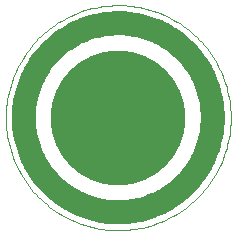
<source format=gbs>
G75*
%MOIN*%
%OFA0B0*%
%FSLAX24Y24*%
%IPPOS*%
%LPD*%
%AMOC8*
5,1,8,0,0,1.08239X$1,22.5*
%
%ADD10C,0.0010*%
%ADD11C,0.4500*%
%ADD12C,0.0800*%
%ADD13R,0.0330X0.0330*%
%ADD14C,0.0440*%
D10*
X007708Y006763D02*
X007710Y006885D01*
X007716Y007007D01*
X007726Y007129D01*
X007740Y007250D01*
X007758Y007371D01*
X007779Y007491D01*
X007805Y007610D01*
X007834Y007729D01*
X007868Y007846D01*
X007905Y007962D01*
X007946Y008077D01*
X007991Y008191D01*
X008039Y008303D01*
X008091Y008414D01*
X008146Y008522D01*
X008205Y008629D01*
X008268Y008734D01*
X008334Y008837D01*
X008403Y008937D01*
X008475Y009036D01*
X008551Y009132D01*
X008629Y009225D01*
X008711Y009316D01*
X008796Y009404D01*
X008883Y009489D01*
X008973Y009571D01*
X009066Y009651D01*
X009161Y009727D01*
X009259Y009800D01*
X009359Y009870D01*
X009461Y009937D01*
X009565Y010000D01*
X009672Y010060D01*
X009780Y010117D01*
X009890Y010169D01*
X010002Y010219D01*
X010115Y010264D01*
X010230Y010306D01*
X010346Y010344D01*
X010463Y010379D01*
X010581Y010409D01*
X010700Y010436D01*
X010820Y010458D01*
X010941Y010477D01*
X011062Y010492D01*
X011184Y010503D01*
X011305Y010510D01*
X011427Y010513D01*
X011550Y010512D01*
X011672Y010507D01*
X011793Y010498D01*
X011915Y010485D01*
X012036Y010468D01*
X012156Y010447D01*
X012275Y010423D01*
X012394Y010394D01*
X012512Y010362D01*
X012628Y010326D01*
X012744Y010286D01*
X012858Y010242D01*
X012970Y010195D01*
X013081Y010144D01*
X013190Y010089D01*
X013298Y010031D01*
X013403Y009969D01*
X013506Y009904D01*
X013608Y009836D01*
X013706Y009764D01*
X013803Y009689D01*
X013897Y009612D01*
X013988Y009531D01*
X014077Y009447D01*
X014163Y009360D01*
X014246Y009271D01*
X014326Y009179D01*
X014403Y009084D01*
X014477Y008987D01*
X014548Y008887D01*
X014616Y008786D01*
X014680Y008682D01*
X014741Y008576D01*
X014798Y008468D01*
X014852Y008359D01*
X014902Y008247D01*
X014948Y008134D01*
X014991Y008020D01*
X015030Y007904D01*
X015065Y007788D01*
X015097Y007670D01*
X015124Y007551D01*
X015148Y007431D01*
X015168Y007310D01*
X015184Y007189D01*
X015196Y007068D01*
X015204Y006946D01*
X015208Y006824D01*
X015208Y006702D01*
X015204Y006580D01*
X015196Y006458D01*
X015184Y006337D01*
X015168Y006216D01*
X015148Y006095D01*
X015124Y005975D01*
X015097Y005856D01*
X015065Y005738D01*
X015030Y005622D01*
X014991Y005506D01*
X014948Y005392D01*
X014902Y005279D01*
X014852Y005167D01*
X014798Y005058D01*
X014741Y004950D01*
X014680Y004844D01*
X014616Y004740D01*
X014548Y004639D01*
X014477Y004539D01*
X014403Y004442D01*
X014326Y004347D01*
X014246Y004255D01*
X014163Y004166D01*
X014077Y004079D01*
X013988Y003995D01*
X013897Y003914D01*
X013803Y003837D01*
X013706Y003762D01*
X013608Y003690D01*
X013506Y003622D01*
X013403Y003557D01*
X013298Y003495D01*
X013190Y003437D01*
X013081Y003382D01*
X012970Y003331D01*
X012858Y003284D01*
X012744Y003240D01*
X012628Y003200D01*
X012512Y003164D01*
X012394Y003132D01*
X012275Y003103D01*
X012156Y003079D01*
X012036Y003058D01*
X011915Y003041D01*
X011793Y003028D01*
X011672Y003019D01*
X011550Y003014D01*
X011427Y003013D01*
X011305Y003016D01*
X011184Y003023D01*
X011062Y003034D01*
X010941Y003049D01*
X010820Y003068D01*
X010700Y003090D01*
X010581Y003117D01*
X010463Y003147D01*
X010346Y003182D01*
X010230Y003220D01*
X010115Y003262D01*
X010002Y003307D01*
X009890Y003357D01*
X009780Y003409D01*
X009672Y003466D01*
X009565Y003526D01*
X009461Y003589D01*
X009359Y003656D01*
X009259Y003726D01*
X009161Y003799D01*
X009066Y003875D01*
X008973Y003955D01*
X008883Y004037D01*
X008796Y004122D01*
X008711Y004210D01*
X008629Y004301D01*
X008551Y004394D01*
X008475Y004490D01*
X008403Y004589D01*
X008334Y004689D01*
X008268Y004792D01*
X008205Y004897D01*
X008146Y005004D01*
X008091Y005112D01*
X008039Y005223D01*
X007991Y005335D01*
X007946Y005449D01*
X007905Y005564D01*
X007868Y005680D01*
X007834Y005797D01*
X007805Y005916D01*
X007779Y006035D01*
X007758Y006155D01*
X007740Y006276D01*
X007726Y006397D01*
X007716Y006519D01*
X007710Y006641D01*
X007708Y006763D01*
D11*
X011458Y006763D03*
D12*
X008308Y006763D02*
X008310Y006875D01*
X008316Y006986D01*
X008326Y007098D01*
X008340Y007209D01*
X008357Y007319D01*
X008379Y007429D01*
X008405Y007538D01*
X008434Y007646D01*
X008467Y007752D01*
X008504Y007858D01*
X008545Y007962D01*
X008590Y008065D01*
X008638Y008166D01*
X008689Y008265D01*
X008744Y008362D01*
X008803Y008457D01*
X008864Y008551D01*
X008929Y008642D01*
X008998Y008730D01*
X009069Y008816D01*
X009143Y008900D01*
X009221Y008980D01*
X009301Y009058D01*
X009384Y009134D01*
X009469Y009206D01*
X009557Y009275D01*
X009647Y009341D01*
X009740Y009403D01*
X009835Y009463D01*
X009932Y009519D01*
X010030Y009571D01*
X010131Y009620D01*
X010233Y009665D01*
X010337Y009707D01*
X010442Y009745D01*
X010549Y009779D01*
X010656Y009809D01*
X010765Y009836D01*
X010874Y009858D01*
X010985Y009877D01*
X011095Y009892D01*
X011207Y009903D01*
X011318Y009910D01*
X011430Y009913D01*
X011542Y009912D01*
X011654Y009907D01*
X011765Y009898D01*
X011876Y009885D01*
X011987Y009868D01*
X012097Y009848D01*
X012206Y009823D01*
X012314Y009795D01*
X012421Y009762D01*
X012527Y009726D01*
X012631Y009686D01*
X012734Y009643D01*
X012836Y009596D01*
X012935Y009545D01*
X013033Y009491D01*
X013129Y009433D01*
X013223Y009372D01*
X013314Y009308D01*
X013403Y009241D01*
X013490Y009170D01*
X013574Y009096D01*
X013656Y009020D01*
X013734Y008940D01*
X013810Y008858D01*
X013883Y008773D01*
X013953Y008686D01*
X014019Y008596D01*
X014083Y008504D01*
X014143Y008410D01*
X014200Y008314D01*
X014253Y008215D01*
X014303Y008115D01*
X014349Y008014D01*
X014392Y007910D01*
X014431Y007805D01*
X014466Y007699D01*
X014497Y007592D01*
X014525Y007483D01*
X014548Y007374D01*
X014568Y007264D01*
X014584Y007153D01*
X014596Y007042D01*
X014604Y006931D01*
X014608Y006819D01*
X014608Y006707D01*
X014604Y006595D01*
X014596Y006484D01*
X014584Y006373D01*
X014568Y006262D01*
X014548Y006152D01*
X014525Y006043D01*
X014497Y005934D01*
X014466Y005827D01*
X014431Y005721D01*
X014392Y005616D01*
X014349Y005512D01*
X014303Y005411D01*
X014253Y005311D01*
X014200Y005212D01*
X014143Y005116D01*
X014083Y005022D01*
X014019Y004930D01*
X013953Y004840D01*
X013883Y004753D01*
X013810Y004668D01*
X013734Y004586D01*
X013656Y004506D01*
X013574Y004430D01*
X013490Y004356D01*
X013403Y004285D01*
X013314Y004218D01*
X013223Y004154D01*
X013129Y004093D01*
X013033Y004035D01*
X012935Y003981D01*
X012836Y003930D01*
X012734Y003883D01*
X012631Y003840D01*
X012527Y003800D01*
X012421Y003764D01*
X012314Y003731D01*
X012206Y003703D01*
X012097Y003678D01*
X011987Y003658D01*
X011876Y003641D01*
X011765Y003628D01*
X011654Y003619D01*
X011542Y003614D01*
X011430Y003613D01*
X011318Y003616D01*
X011207Y003623D01*
X011095Y003634D01*
X010985Y003649D01*
X010874Y003668D01*
X010765Y003690D01*
X010656Y003717D01*
X010549Y003747D01*
X010442Y003781D01*
X010337Y003819D01*
X010233Y003861D01*
X010131Y003906D01*
X010030Y003955D01*
X009932Y004007D01*
X009835Y004063D01*
X009740Y004123D01*
X009647Y004185D01*
X009557Y004251D01*
X009469Y004320D01*
X009384Y004392D01*
X009301Y004468D01*
X009221Y004546D01*
X009143Y004626D01*
X009069Y004710D01*
X008998Y004796D01*
X008929Y004884D01*
X008864Y004975D01*
X008803Y005069D01*
X008744Y005164D01*
X008689Y005261D01*
X008638Y005360D01*
X008590Y005461D01*
X008545Y005564D01*
X008504Y005668D01*
X008467Y005774D01*
X008434Y005880D01*
X008405Y005988D01*
X008379Y006097D01*
X008357Y006207D01*
X008340Y006317D01*
X008326Y006428D01*
X008316Y006540D01*
X008310Y006651D01*
X008308Y006763D01*
D13*
X008458Y006763D03*
X009458Y006763D03*
D14*
X009958Y006513D03*
X008458Y007013D03*
M02*

</source>
